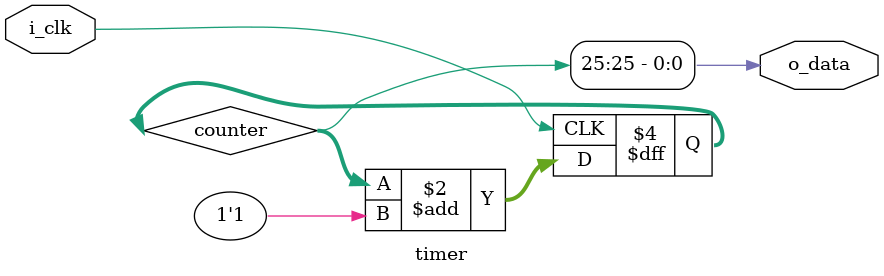
<source format=v>
/*

Timer Component

*/

`default_nettype none

module timer #(
  parameter CLK_FREQ = 12_000_000,      // clock frequency (Hz)
  parameter WIDTH = 26,                 // width of counter chain
  parameter BITS = 1                    // number of timer output bits
) (
  input             i_clk,              // system clock
  output [BITS-1:0] o_data              // timer output bits
);

  // establish free-running counter
  reg [WIDTH-1:0] counter;
  initial counter = 0;
  always @(posedge i_clk)
    counter <= counter + 1'b1;

  assign o_data = counter[WIDTH-1:WIDTH-BITS];

endmodule

</source>
